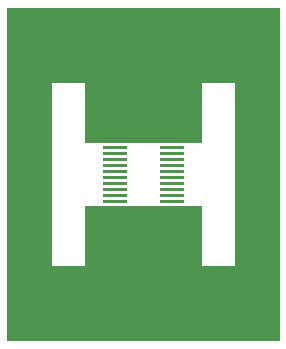
<source format=gbr>
%TF.GenerationSoftware,KiCad,Pcbnew,(6.0.0)*%
%TF.CreationDate,2022-12-04T21:56:15+01:00*%
%TF.ProjectId,SOIC-20 Breakout,534f4943-2d32-4302-9042-7265616b6f75,rev?*%
%TF.SameCoordinates,Original*%
%TF.FileFunction,Soldermask,Bot*%
%TF.FilePolarity,Negative*%
%FSLAX46Y46*%
G04 Gerber Fmt 4.6, Leading zero omitted, Abs format (unit mm)*
G04 Created by KiCad (PCBNEW (6.0.0)) date 2022-12-04 21:56:15*
%MOMM*%
%LPD*%
G01*
G04 APERTURE LIST*
G04 APERTURE END LIST*
G36*
X150984694Y-102761306D02*
G01*
X151003000Y-102805500D01*
X151003000Y-102934500D01*
X150984694Y-102978694D01*
X150940500Y-102997000D01*
X149033500Y-102997000D01*
X148989306Y-102978694D01*
X148971000Y-102934500D01*
X148971000Y-102805500D01*
X148989306Y-102761306D01*
X149033500Y-102743000D01*
X150940500Y-102743000D01*
X150984694Y-102761306D01*
G37*
G36*
X150984694Y-101237306D02*
G01*
X151003000Y-101281500D01*
X151003000Y-101410500D01*
X150984694Y-101454694D01*
X150940500Y-101473000D01*
X149033500Y-101473000D01*
X148989306Y-101454694D01*
X148971000Y-101410500D01*
X148971000Y-101281500D01*
X148989306Y-101237306D01*
X149033500Y-101219000D01*
X150940500Y-101219000D01*
X150984694Y-101237306D01*
G37*
G36*
X155810694Y-99713306D02*
G01*
X155829000Y-99757500D01*
X155829000Y-99886500D01*
X155810694Y-99930694D01*
X155766500Y-99949000D01*
X153859500Y-99949000D01*
X153815306Y-99930694D01*
X153797000Y-99886500D01*
X153797000Y-99757500D01*
X153815306Y-99713306D01*
X153859500Y-99695000D01*
X155766500Y-99695000D01*
X155810694Y-99713306D01*
G37*
G36*
X150984694Y-99205306D02*
G01*
X151003000Y-99249500D01*
X151003000Y-99378500D01*
X150984694Y-99422694D01*
X150940500Y-99441000D01*
X149033500Y-99441000D01*
X148989306Y-99422694D01*
X148971000Y-99378500D01*
X148971000Y-99249500D01*
X148989306Y-99205306D01*
X149033500Y-99187000D01*
X150940500Y-99187000D01*
X150984694Y-99205306D01*
G37*
G36*
X155810694Y-99205306D02*
G01*
X155829000Y-99249500D01*
X155829000Y-99378500D01*
X155810694Y-99422694D01*
X155766500Y-99441000D01*
X153859500Y-99441000D01*
X153815306Y-99422694D01*
X153797000Y-99378500D01*
X153797000Y-99249500D01*
X153815306Y-99205306D01*
X153859500Y-99187000D01*
X155766500Y-99187000D01*
X155810694Y-99205306D01*
G37*
G36*
X150984694Y-103777306D02*
G01*
X151003000Y-103821500D01*
X151003000Y-103950500D01*
X150984694Y-103994694D01*
X150940500Y-104013000D01*
X149033500Y-104013000D01*
X148989306Y-103994694D01*
X148971000Y-103950500D01*
X148971000Y-103821500D01*
X148989306Y-103777306D01*
X149033500Y-103759000D01*
X150940500Y-103759000D01*
X150984694Y-103777306D01*
G37*
G36*
X150984694Y-101745306D02*
G01*
X151003000Y-101789500D01*
X151003000Y-101918500D01*
X150984694Y-101962694D01*
X150940500Y-101981000D01*
X149033500Y-101981000D01*
X148989306Y-101962694D01*
X148971000Y-101918500D01*
X148971000Y-101789500D01*
X148989306Y-101745306D01*
X149033500Y-101727000D01*
X150940500Y-101727000D01*
X150984694Y-101745306D01*
G37*
G36*
X163938694Y-87521306D02*
G01*
X163957000Y-87565500D01*
X163957000Y-115634500D01*
X163938694Y-115678694D01*
X163894500Y-115697000D01*
X140905500Y-115697000D01*
X140861306Y-115678694D01*
X140843000Y-115634500D01*
X140843000Y-109334569D01*
X144653000Y-109334569D01*
X144656641Y-109343359D01*
X144665431Y-109347000D01*
X147434569Y-109347000D01*
X147443359Y-109343359D01*
X147447000Y-109334569D01*
X147447000Y-104329500D01*
X147465306Y-104285306D01*
X147509500Y-104267000D01*
X157290500Y-104267000D01*
X157334694Y-104285306D01*
X157353000Y-104329500D01*
X157353000Y-109334569D01*
X157356641Y-109343359D01*
X157365431Y-109347000D01*
X160134569Y-109347000D01*
X160143359Y-109343359D01*
X160147000Y-109334569D01*
X160147000Y-93865431D01*
X160143359Y-93856641D01*
X160134569Y-93853000D01*
X157365431Y-93853000D01*
X157356641Y-93856641D01*
X157353000Y-93865431D01*
X157353000Y-98870500D01*
X157334694Y-98914694D01*
X157290500Y-98933000D01*
X147509500Y-98933000D01*
X147465306Y-98914694D01*
X147447000Y-98870500D01*
X147447000Y-93865431D01*
X147443359Y-93856641D01*
X147434569Y-93853000D01*
X144665431Y-93853000D01*
X144656641Y-93856641D01*
X144653000Y-93865431D01*
X144653000Y-109334569D01*
X140843000Y-109334569D01*
X140843000Y-87565500D01*
X140861306Y-87521306D01*
X140905500Y-87503000D01*
X163894500Y-87503000D01*
X163938694Y-87521306D01*
G37*
G36*
X150984694Y-100221306D02*
G01*
X151003000Y-100265500D01*
X151003000Y-100394500D01*
X150984694Y-100438694D01*
X150940500Y-100457000D01*
X149033500Y-100457000D01*
X148989306Y-100438694D01*
X148971000Y-100394500D01*
X148971000Y-100265500D01*
X148989306Y-100221306D01*
X149033500Y-100203000D01*
X150940500Y-100203000D01*
X150984694Y-100221306D01*
G37*
G36*
X150984694Y-103269306D02*
G01*
X151003000Y-103313500D01*
X151003000Y-103442500D01*
X150984694Y-103486694D01*
X150940500Y-103505000D01*
X149033500Y-103505000D01*
X148989306Y-103486694D01*
X148971000Y-103442500D01*
X148971000Y-103313500D01*
X148989306Y-103269306D01*
X149033500Y-103251000D01*
X150940500Y-103251000D01*
X150984694Y-103269306D01*
G37*
G36*
X155810694Y-101745306D02*
G01*
X155829000Y-101789500D01*
X155829000Y-101918500D01*
X155810694Y-101962694D01*
X155766500Y-101981000D01*
X153859500Y-101981000D01*
X153815306Y-101962694D01*
X153797000Y-101918500D01*
X153797000Y-101789500D01*
X153815306Y-101745306D01*
X153859500Y-101727000D01*
X155766500Y-101727000D01*
X155810694Y-101745306D01*
G37*
G36*
X155810694Y-100729306D02*
G01*
X155829000Y-100773500D01*
X155829000Y-100902500D01*
X155810694Y-100946694D01*
X155766500Y-100965000D01*
X153859500Y-100965000D01*
X153815306Y-100946694D01*
X153797000Y-100902500D01*
X153797000Y-100773500D01*
X153815306Y-100729306D01*
X153859500Y-100711000D01*
X155766500Y-100711000D01*
X155810694Y-100729306D01*
G37*
G36*
X155810694Y-103777306D02*
G01*
X155829000Y-103821500D01*
X155829000Y-103950500D01*
X155810694Y-103994694D01*
X155766500Y-104013000D01*
X153859500Y-104013000D01*
X153815306Y-103994694D01*
X153797000Y-103950500D01*
X153797000Y-103821500D01*
X153815306Y-103777306D01*
X153859500Y-103759000D01*
X155766500Y-103759000D01*
X155810694Y-103777306D01*
G37*
G36*
X150984694Y-102253306D02*
G01*
X151003000Y-102297500D01*
X151003000Y-102426500D01*
X150984694Y-102470694D01*
X150940500Y-102489000D01*
X149033500Y-102489000D01*
X148989306Y-102470694D01*
X148971000Y-102426500D01*
X148971000Y-102297500D01*
X148989306Y-102253306D01*
X149033500Y-102235000D01*
X150940500Y-102235000D01*
X150984694Y-102253306D01*
G37*
G36*
X155810694Y-103269306D02*
G01*
X155829000Y-103313500D01*
X155829000Y-103442500D01*
X155810694Y-103486694D01*
X155766500Y-103505000D01*
X153859500Y-103505000D01*
X153815306Y-103486694D01*
X153797000Y-103442500D01*
X153797000Y-103313500D01*
X153815306Y-103269306D01*
X153859500Y-103251000D01*
X155766500Y-103251000D01*
X155810694Y-103269306D01*
G37*
G36*
X150984694Y-99713306D02*
G01*
X151003000Y-99757500D01*
X151003000Y-99886500D01*
X150984694Y-99930694D01*
X150940500Y-99949000D01*
X149033500Y-99949000D01*
X148989306Y-99930694D01*
X148971000Y-99886500D01*
X148971000Y-99757500D01*
X148989306Y-99713306D01*
X149033500Y-99695000D01*
X150940500Y-99695000D01*
X150984694Y-99713306D01*
G37*
G36*
X155810694Y-101237306D02*
G01*
X155829000Y-101281500D01*
X155829000Y-101410500D01*
X155810694Y-101454694D01*
X155766500Y-101473000D01*
X153859500Y-101473000D01*
X153815306Y-101454694D01*
X153797000Y-101410500D01*
X153797000Y-101281500D01*
X153815306Y-101237306D01*
X153859500Y-101219000D01*
X155766500Y-101219000D01*
X155810694Y-101237306D01*
G37*
G36*
X150984694Y-100729306D02*
G01*
X151003000Y-100773500D01*
X151003000Y-100902500D01*
X150984694Y-100946694D01*
X150940500Y-100965000D01*
X149033500Y-100965000D01*
X148989306Y-100946694D01*
X148971000Y-100902500D01*
X148971000Y-100773500D01*
X148989306Y-100729306D01*
X149033500Y-100711000D01*
X150940500Y-100711000D01*
X150984694Y-100729306D01*
G37*
G36*
X155810694Y-102761306D02*
G01*
X155829000Y-102805500D01*
X155829000Y-102934500D01*
X155810694Y-102978694D01*
X155766500Y-102997000D01*
X153859500Y-102997000D01*
X153815306Y-102978694D01*
X153797000Y-102934500D01*
X153797000Y-102805500D01*
X153815306Y-102761306D01*
X153859500Y-102743000D01*
X155766500Y-102743000D01*
X155810694Y-102761306D01*
G37*
G36*
X155810694Y-100221306D02*
G01*
X155829000Y-100265500D01*
X155829000Y-100394500D01*
X155810694Y-100438694D01*
X155766500Y-100457000D01*
X153859500Y-100457000D01*
X153815306Y-100438694D01*
X153797000Y-100394500D01*
X153797000Y-100265500D01*
X153815306Y-100221306D01*
X153859500Y-100203000D01*
X155766500Y-100203000D01*
X155810694Y-100221306D01*
G37*
G36*
X155810694Y-102253306D02*
G01*
X155829000Y-102297500D01*
X155829000Y-102426500D01*
X155810694Y-102470694D01*
X155766500Y-102489000D01*
X153859500Y-102489000D01*
X153815306Y-102470694D01*
X153797000Y-102426500D01*
X153797000Y-102297500D01*
X153815306Y-102253306D01*
X153859500Y-102235000D01*
X155766500Y-102235000D01*
X155810694Y-102253306D01*
G37*
M02*

</source>
